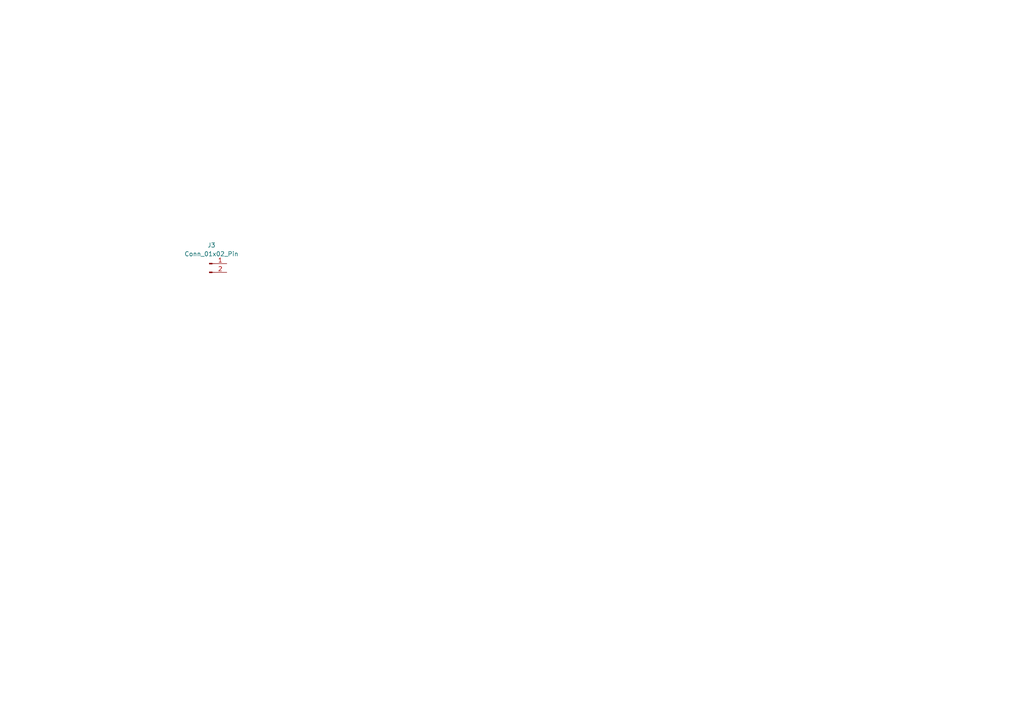
<source format=kicad_sch>
(kicad_sch (version 20230121) (generator eeschema)
  (paper "A4")
  (lib_symbols
    (symbol "Connector:Conn_01x02_Pin" (pin_names (offset 1.016) hide)
      (property "Reference" "J" (at 0 2.54 0))
      (property "Value" "Conn_01x02_Pin" (at 0 -5.08 0))
      (symbol "Conn_01x02_Pin_1_1"
        (polyline (pts (xy 1.27 -2.54) (xy 0.8636 -2.54)) (stroke (width 0.1524)))
        (polyline (pts (xy 1.27 0) (xy 0.8636 0)) (stroke (width 0.1524)))
        (rectangle (start 0.8636 -2.413) (end 0 -2.667) (stroke (width 0.1524)) (fill (type outline)))
        (rectangle (start 0.8636 0.127) (end 0 -0.127) (stroke (width 0.1524)) (fill (type outline)))
        (pin passive line (at 5.08 0 180) (length 3.81) (name "Pin_1") (number "1"))
        (pin passive line (at 5.08 -2.54 180) (length 3.81) (name "Pin_2") (number "2"))
      )
    )
  )
  (symbol (lib_id "Connector:Conn_01x02_Pin") (at 60.706 76.454 0) (unit 1)
    (property "Reference" "J3" (at 61.341 71.12 0))
    (property "Value" "Conn_01x02_Pin" (at 61.341 73.66 0))
  )
)
</source>
